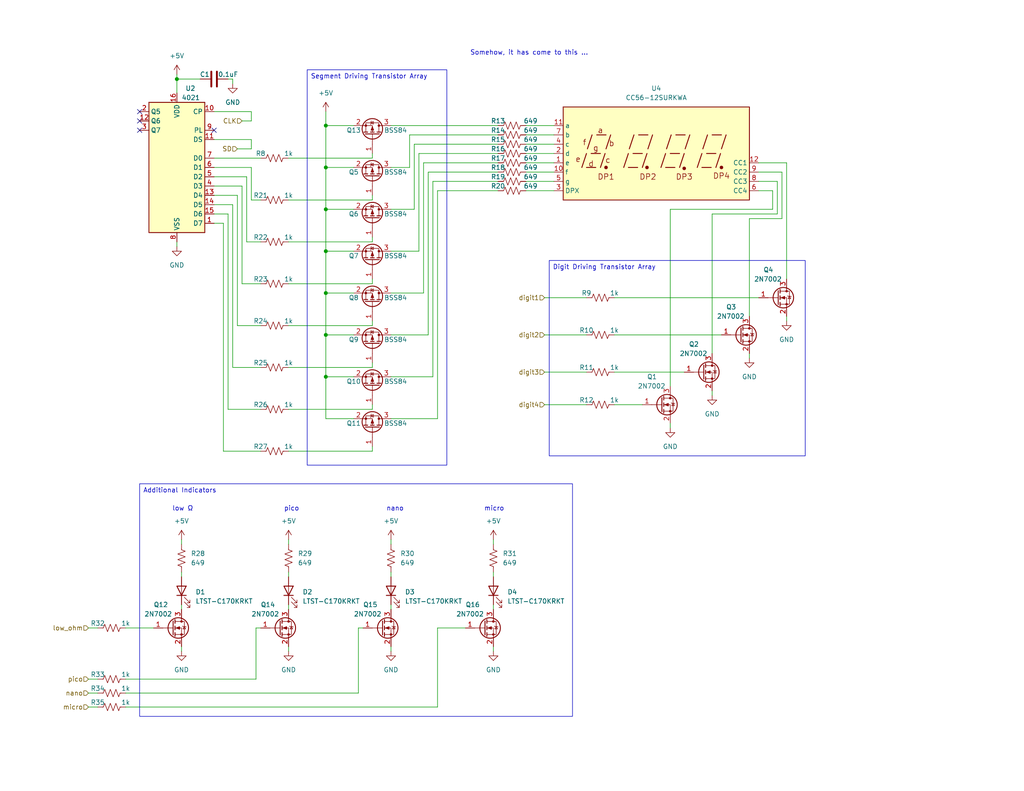
<source format=kicad_sch>
(kicad_sch (version 20231120) (generator "eeschema") (generator_version "8.0")
  (paper "A")
  (title_block (title "Multimeter Display"))
  (lib_symbols
    (symbol "4xxx:4021"
      (property "Reference" "U" (at -5.08 19.05 0))
      (property "Value" "4021" (at 3.81 19.05 0))
      (symbol "4021_0_1"
        (rectangle (start -7.62 17.78) (end 7.62 -17.78) (stroke (width 0.254)) (fill (type background)))
      )
      (symbol "4021_1_1"
        (pin input line (at -10.16 -15.24 0) (length 2.54) (name "D7") (number "1"))
        (pin input line (at -10.16 15.24 0) (length 2.54) (name "CP") (number "10"))
        (pin input line (at -10.16 7.62 0) (length 2.54) (name "DS") (number "11"))
        (pin output line (at 10.16 12.7 180) (length 2.54) (name "Q6") (number "12"))
        (pin input line (at -10.16 -7.62 0) (length 2.54) (name "D4") (number "13"))
        (pin input line (at -10.16 -10.16 0) (length 2.54) (name "D5") (number "14"))
        (pin input line (at -10.16 -12.7 0) (length 2.54) (name "D6") (number "15"))
        (pin power_in line (at 0 20.32 270) (length 2.54) (name "VDD") (number "16"))
        (pin output line (at 10.16 15.24 180) (length 2.54) (name "Q5") (number "2"))
        (pin output line (at 10.16 10.16 180) (length 2.54) (name "Q7") (number "3"))
        (pin input line (at -10.16 -5.08 0) (length 2.54) (name "D3") (number "4"))
        (pin input line (at -10.16 -2.54 0) (length 2.54) (name "D2") (number "5"))
        (pin input line (at -10.16 0 0) (length 2.54) (name "D1") (number "6"))
        (pin input line (at -10.16 2.54 0) (length 2.54) (name "D0") (number "7"))
        (pin power_in line (at 0 -20.32 90) (length 2.54) (name "VSS") (number "8"))
        (pin input line (at -10.16 10.16 0) (length 2.54) (name "PL") (number "9"))
      )
    )
    (symbol "Device:C" (pin_numbers hide) (pin_names (offset 0.254))
      (property "Reference" "C" (at 0.635 2.54 0))
      (property "Value" "C" (at 0.635 -2.54 0))
      (symbol "C_0_1"
        (polyline (pts (xy -2.032 -0.762) (xy 2.032 -0.762)) (stroke (width 0.508)))
        (polyline (pts (xy -2.032 0.762) (xy 2.032 0.762)) (stroke (width 0.508)))
      )
      (symbol "C_1_1"
        (pin passive line (at 0 3.81 270) (length 2.794) (name "~") (number "1"))
        (pin passive line (at 0 -3.81 90) (length 2.794) (name "~") (number "2"))
      )
    )
    (symbol "Device:LED" (pin_numbers hide) (pin_names (offset 1.016) hide)
      (property "Reference" "D" (at 0 2.54 0))
      (property "Value" "LED" (at 0 -2.54 0))
      (symbol "LED_0_1"
        (polyline (pts (xy -1.27 -1.27) (xy -1.27 1.27)) (stroke (width 0.254)))
        (polyline (pts (xy -1.27 0) (xy 1.27 0)))
        (polyline (pts (xy 1.27 -1.27) (xy 1.27 1.27) (xy -1.27 0) (xy 1.27 -1.27)) (stroke (width 0.254)))
        (polyline (pts (xy -3.048 -0.762) (xy -4.572 -2.286) (xy -3.81 -2.286) (xy -4.572 -2.286) (xy -4.572 -1.524)))
        (polyline (pts (xy -1.778 -0.762) (xy -3.302 -2.286) (xy -2.54 -2.286) (xy -3.302 -2.286) (xy -3.302 -1.524)))
      )
      (symbol "LED_1_1"
        (pin passive line (at -3.81 0 0) (length 2.54) (name "K") (number "1"))
        (pin passive line (at 3.81 0 180) (length 2.54) (name "A") (number "2"))
      )
    )
    (symbol "Device:R_US" (pin_numbers hide) (pin_names (offset 0))
      (property "Reference" "R" (at 2.54 0 90))
      (property "Value" "R_US" (at -2.54 0 90))
      (symbol "R_US_0_1"
        (polyline (pts (xy 0 -2.286) (xy 0 -2.54)))
        (polyline (pts (xy 0 2.286) (xy 0 2.54)))
        (polyline (pts (xy 0 -0.762) (xy 1.016 -1.143) (xy 0 -1.524) (xy -1.016 -1.905) (xy 0 -2.286)))
        (polyline (pts (xy 0 0.762) (xy 1.016 0.381) (xy 0 0) (xy -1.016 -0.381) (xy 0 -0.762)))
        (polyline (pts (xy 0 2.286) (xy 1.016 1.905) (xy 0 1.524) (xy -1.016 1.143) (xy 0 0.762)))
      )
      (symbol "R_US_1_1"
        (pin passive line (at 0 3.81 270) (length 1.27) (name "~") (number "1"))
        (pin passive line (at 0 -3.81 90) (length 1.27) (name "~") (number "2"))
      )
    )
    (symbol "Display_Character:CC56-12SURKWA"
      (property "Reference" "U" (at -24.13 13.97 0))
      (property "Value" "CC56-12SURKWA" (at 16.51 13.97 0))
      (symbol "CC56-12SURKWA_0_0"
        (rectangle (start -25.4 12.7) (end 25.4 -12.7) (stroke (width 0.254)) (fill (type background)))
        (polyline (pts (xy -20.32 -3.81) (xy -19.05 0)) (stroke (width 0.254)))
        (polyline (pts (xy -19.05 -3.81) (xy -16.51 -3.81)) (stroke (width 0.254)))
        (polyline (pts (xy -18.796 1.27) (xy -17.526 5.08)) (stroke (width 0.254)))
        (polyline (pts (xy -17.78 0) (xy -15.24 0)) (stroke (width 0.254)))
        (polyline (pts (xy -16.256 5.08) (xy -13.716 5.08)) (stroke (width 0.254)))
        (polyline (pts (xy -15.24 -3.81) (xy -13.97 0)) (stroke (width 0.254)))
        (polyline (pts (xy -13.716 1.27) (xy -12.446 5.08)) (stroke (width 0.254)))
        (polyline (pts (xy -8.89 -3.81) (xy -7.62 0)) (stroke (width 0.254)))
        (polyline (pts (xy -7.62 -3.81) (xy -5.08 -3.81)) (stroke (width 0.254)))
        (polyline (pts (xy -7.366 1.27) (xy -6.096 5.08)) (stroke (width 0.254)))
        (polyline (pts (xy -6.35 0) (xy -3.81 0)) (stroke (width 0.254)))
        (polyline (pts (xy -4.826 5.08) (xy -2.286 5.08)) (stroke (width 0.254)))
        (polyline (pts (xy -3.81 -3.81) (xy -2.54 0)) (stroke (width 0.254)))
        (polyline (pts (xy -2.286 1.27) (xy -1.016 5.08)) (stroke (width 0.254)))
        (polyline (pts (xy 1.27 -3.81) (xy 2.54 0)) (stroke (width 0.254)))
        (polyline (pts (xy 2.54 -3.81) (xy 5.08 -3.81)) (stroke (width 0.254)))
        (polyline (pts (xy 2.794 1.27) (xy 4.064 5.08)) (stroke (width 0.254)))
        (polyline (pts (xy 3.81 0) (xy 6.35 0)) (stroke (width 0.254)))
        (polyline (pts (xy 5.334 5.08) (xy 7.874 5.08)) (stroke (width 0.254)))
        (polyline (pts (xy 6.35 -3.81) (xy 7.62 0)) (stroke (width 0.254)))
        (polyline (pts (xy 7.874 1.27) (xy 9.144 5.08)) (stroke (width 0.254)))
        (polyline (pts (xy 11.176 -3.81) (xy 12.446 0)) (stroke (width 0.254)))
        (polyline (pts (xy 12.446 -3.81) (xy 14.986 -3.81)) (stroke (width 0.254)))
        (polyline (pts (xy 12.7 1.27) (xy 13.97 5.08)) (stroke (width 0.254)))
        (polyline (pts (xy 13.716 0) (xy 16.256 0)) (stroke (width 0.254)))
        (polyline (pts (xy 15.24 5.08) (xy 17.78 5.08)) (stroke (width 0.254)))
        (polyline (pts (xy 16.256 -3.81) (xy 17.526 0)) (stroke (width 0.254)))
        (polyline (pts (xy 17.78 1.27) (xy 19.05 5.08)) (stroke (width 0.254)))
        (text "a" (at -15.24 6.35 0) (effects (font (size 1.524 1.524))))
        (text "b" (at -12.192 2.794 0) (effects (font (size 1.524 1.524))))
        (text "c" (at -13.208 -1.778 0) (effects (font (size 1.524 1.524))))
        (text "d" (at -17.78 -2.794 0) (effects (font (size 1.524 1.524))))
        (text "DP1" (at -13.716 -6.35 0) (effects (font (size 1.524 1.524))))
        (text "DP2" (at -2.286 -6.35 0) (effects (font (size 1.524 1.524))))
        (text "DP3" (at 7.62 -6.35 0) (effects (font (size 1.524 1.524))))
        (text "DP4" (at 17.78 -6.096 0) (effects (font (size 1.524 1.524))))
        (text "e" (at -21.336 -1.524 0) (effects (font (size 1.524 1.524))))
        (text "f" (at -19.558 3.048 0) (effects (font (size 1.524 1.524))))
        (text "g" (at -16.51 1.524 0) (effects (font (size 1.524 1.524))))
      )
      (symbol "CC56-12SURKWA_0_1"
        (circle (center -13.716 -3.81) (radius 0.3556) (stroke (width 0.254)) (fill (type outline)))
        (circle (center -2.54 -3.81) (radius 0.3556) (stroke (width 0.254)) (fill (type outline)))
      )
      (symbol "CC56-12SURKWA_1_0"
        (circle (center 7.62 -4.064) (radius 0.3556) (stroke (width 0.254)) (fill (type outline)))
        (circle (center 17.78 -3.81) (radius 0.3556) (stroke (width 0.254)) (fill (type outline)))
      )
      (symbol "CC56-12SURKWA_1_1"
        (pin input line (at -27.94 -2.54 0) (length 2.54) (name "e") (number "1"))
        (pin input line (at -27.94 -5.08 0) (length 2.54) (name "f") (number "10"))
        (pin input line (at -27.94 7.62 0) (length 2.54) (name "a") (number "11"))
        (pin input line (at 27.94 -2.54 180) (length 2.54) (name "CC1") (number "12"))
        (pin input line (at -27.94 0 0) (length 2.54) (name "d") (number "2"))
        (pin input line (at -27.94 -10.16 0) (length 2.54) (name "DPX") (number "3"))
        (pin input line (at -27.94 2.54 0) (length 2.54) (name "c") (number "4"))
        (pin input line (at -27.94 -7.62 0) (length 2.54) (name "g") (number "5"))
        (pin input line (at 27.94 -10.16 180) (length 2.54) (name "CC4") (number "6"))
        (pin input line (at -27.94 5.08 0) (length 2.54) (name "b") (number "7"))
        (pin input line (at 27.94 -7.62 180) (length 2.54) (name "CC3") (number "8"))
        (pin input line (at 27.94 -5.08 180) (length 2.54) (name "CC2") (number "9"))
      )
    )
    (symbol "Transistor_FET:2N7002" (pin_names hide)
      (property "Reference" "Q" (at 5.08 1.905 0))
      (property "Value" "2N7002" (at 5.08 0 0))
      (symbol "2N7002_0_1"
        (polyline (pts (xy 0.254 0) (xy -2.54 0)))
        (polyline (pts (xy 0.254 1.905) (xy 0.254 -1.905)) (stroke (width 0.254)))
        (polyline (pts (xy 0.762 -1.27) (xy 0.762 -2.286)) (stroke (width 0.254)))
        (polyline (pts (xy 0.762 0.508) (xy 0.762 -0.508)) (stroke (width 0.254)))
        (polyline (pts (xy 0.762 2.286) (xy 0.762 1.27)) (stroke (width 0.254)))
        (polyline (pts (xy 2.54 2.54) (xy 2.54 1.778)))
        (polyline (pts (xy 2.54 -2.54) (xy 2.54 0) (xy 0.762 0)))
        (polyline (pts (xy 0.762 -1.778) (xy 3.302 -1.778) (xy 3.302 1.778) (xy 0.762 1.778)))
        (polyline (pts (xy 1.016 0) (xy 2.032 0.381) (xy 2.032 -0.381) (xy 1.016 0)) (fill (type outline)))
        (polyline (pts (xy 2.794 0.508) (xy 2.921 0.381) (xy 3.683 0.381) (xy 3.81 0.254)))
        (polyline (pts (xy 3.302 0.381) (xy 2.921 -0.254) (xy 3.683 -0.254) (xy 3.302 0.381)))
        (circle (center 1.651 0) (radius 2.794) (stroke (width 0.254)))
        (circle (center 2.54 -1.778) (radius 0.254) (fill (type outline)))
        (circle (center 2.54 1.778) (radius 0.254) (fill (type outline)))
      )
      (symbol "2N7002_1_1"
        (pin input line (at -5.08 0 0) (length 2.54) (name "G") (number "1"))
        (pin passive line (at 2.54 -5.08 90) (length 2.54) (name "S") (number "2"))
        (pin passive line (at 2.54 5.08 270) (length 2.54) (name "D") (number "3"))
      )
    )
    (symbol "Transistor_FET:BSS84" (pin_names hide)
      (property "Reference" "Q" (at 5.08 1.905 0))
      (property "Value" "BSS84" (at 5.08 0 0))
      (symbol "BSS84_0_1"
        (polyline (pts (xy 0.254 0) (xy -2.54 0)))
        (polyline (pts (xy 0.254 1.905) (xy 0.254 -1.905)) (stroke (width 0.254)))
        (polyline (pts (xy 0.762 -1.27) (xy 0.762 -2.286)) (stroke (width 0.254)))
        (polyline (pts (xy 0.762 0.508) (xy 0.762 -0.508)) (stroke (width 0.254)))
        (polyline (pts (xy 0.762 2.286) (xy 0.762 1.27)) (stroke (width 0.254)))
        (polyline (pts (xy 2.54 2.54) (xy 2.54 1.778)))
        (polyline (pts (xy 2.54 -2.54) (xy 2.54 0) (xy 0.762 0)))
        (polyline (pts (xy 0.762 1.778) (xy 3.302 1.778) (xy 3.302 -1.778) (xy 0.762 -1.778)))
        (polyline (pts (xy 2.286 0) (xy 1.27 0.381) (xy 1.27 -0.381) (xy 2.286 0)) (fill (type outline)))
        (polyline (pts (xy 2.794 -0.508) (xy 2.921 -0.381) (xy 3.683 -0.381) (xy 3.81 -0.254)))
        (polyline (pts (xy 3.302 -0.381) (xy 2.921 0.254) (xy 3.683 0.254) (xy 3.302 -0.381)))
        (circle (center 1.651 0) (radius 2.794) (stroke (width 0.254)))
        (circle (center 2.54 -1.778) (radius 0.254) (fill (type outline)))
        (circle (center 2.54 1.778) (radius 0.254) (fill (type outline)))
      )
      (symbol "BSS84_1_1"
        (pin input line (at -5.08 0 0) (length 2.54) (name "G") (number "1"))
        (pin passive line (at 2.54 -5.08 90) (length 2.54) (name "S") (number "2"))
        (pin passive line (at 2.54 5.08 270) (length 2.54) (name "D") (number "3"))
      )
    )
    (symbol "power:+5V" (power) (pin_names (offset 0))
      (property "Value" "+5V" (at 0 3.556 0))
      (symbol "+5V_0_1"
        (polyline (pts (xy -0.762 1.27) (xy 0 2.54)))
        (polyline (pts (xy 0 0) (xy 0 2.54)))
        (polyline (pts (xy 0 2.54) (xy 0.762 1.27)))
      )
      (symbol "+5V_1_1"
        (pin power_in line (at 0 0 90) (length 0) hide (name "+5V") (number "1"))
      )
    )
    (symbol "power:GND" (power) (pin_names (offset 0))
      (property "Value" "GND" (at 0 -3.81 0))
      (symbol "GND_0_1"
        (polyline (pts (xy 0 0) (xy 0 -1.27) (xy 1.27 -1.27) (xy 0 -2.54) (xy -1.27 -1.27) (xy 0 -1.27)))
      )
      (symbol "GND_1_1"
        (pin power_in line (at 0 0 270) (length 0) hide (name "GND") (number "1"))
      )
    )
  )
  (junction (at 48.26 21.59))
  (junction (at 88.9 91.44))
  (junction (at 88.9 57.15))
  (junction (at 88.9 45.72))
  (junction (at 88.9 102.87))
  (junction (at 88.9 34.29))
  (junction (at 88.9 68.58))
  (junction (at 88.9 80.01))
  (no_connect (at 38.1 33.02))
  (no_connect (at 38.1 35.56))
  (no_connect (at 38.1 30.48))
  (no_connect (at 58.42 35.56))
  (wire (pts (xy 106.68 114.3) (xy 119.38 114.3)))
  (wire (pts (xy 106.68 34.29) (xy 135.89 34.29)))
  (wire (pts (xy 88.9 57.15) (xy 96.52 57.15)))
  (wire (pts (xy 78.74 43.18) (xy 101.6 43.18)))
  (wire (pts (xy 101.6 123.19) (xy 101.6 121.92)))
  (wire (pts (xy 68.58 54.61) (xy 71.12 54.61)))
  (wire (pts (xy 64.77 40.64) (xy 68.58 40.64)))
  (wire (pts (xy 67.31 48.26) (xy 67.31 66.04)))
  (wire (pts (xy 48.26 21.59) (xy 48.26 25.4)))
  (wire (pts (xy 78.74 100.33) (xy 101.6 100.33)))
  (wire (pts (xy 78.74 156.21) (xy 78.74 157.48)))
  (wire (pts (xy 106.68 91.44) (xy 116.84 91.44)))
  (wire (pts (xy 101.6 111.76) (xy 101.6 110.49)))
  (wire (pts (xy 68.58 38.1) (xy 68.58 40.64)))
  (wire (pts (xy 96.52 102.87) (xy 88.9 102.87)))
  (wire (pts (xy 88.9 91.44) (xy 88.9 102.87)))
  (wire (pts (xy 111.76 45.72) (xy 111.76 36.83)))
  (wire (pts (xy 34.29 185.42) (xy 69.85 185.42)))
  (wire (pts (xy 58.42 45.72) (xy 68.58 45.72)))
  (wire (pts (xy 101.6 100.33) (xy 101.6 99.06)))
  (wire (pts (xy 49.53 176.53) (xy 49.53 177.8)))
  (wire (pts (xy 113.03 39.37) (xy 135.89 39.37)))
  (wire (pts (xy 106.68 165.1) (xy 106.68 166.37)))
  (wire (pts (xy 48.26 20.32) (xy 48.26 21.59)))
  (wire (pts (xy 88.9 80.01) (xy 88.9 91.44)))
  (wire (pts (xy 214.63 86.36) (xy 214.63 87.63)))
  (wire (pts (xy 143.51 46.99) (xy 151.13 46.99)))
  (wire (pts (xy 58.42 53.34) (xy 64.77 53.34)))
  (wire (pts (xy 62.23 21.59) (xy 63.5 21.59)))
  (wire (pts (xy 78.74 77.47) (xy 101.6 77.47)))
  (wire (pts (xy 88.9 114.3) (xy 96.52 114.3)))
  (wire (pts (xy 66.04 50.8) (xy 66.04 77.47)))
  (wire (pts (xy 101.6 88.9) (xy 101.6 87.63)))
  (wire (pts (xy 66.04 33.02) (xy 68.58 33.02)))
  (wire (pts (xy 106.68 45.72) (xy 111.76 45.72)))
  (wire (pts (xy 134.62 147.32) (xy 134.62 148.59)))
  (wire (pts (xy 97.79 189.23) (xy 97.79 171.45)))
  (wire (pts (xy 24.13 171.45) (xy 26.67 171.45)))
  (wire (pts (xy 148.59 81.28) (xy 160.02 81.28)))
  (wire (pts (xy 64.77 53.34) (xy 64.77 88.9)))
  (wire (pts (xy 60.96 123.19) (xy 71.12 123.19)))
  (wire (pts (xy 212.09 58.42) (xy 212.09 49.53)))
  (wire (pts (xy 48.26 66.04) (xy 48.26 67.31)))
  (wire (pts (xy 143.51 36.83) (xy 151.13 36.83)))
  (wire (pts (xy 210.82 52.07) (xy 207.01 52.07)))
  (wire (pts (xy 212.09 49.53) (xy 207.01 49.53)))
  (wire (pts (xy 63.5 21.59) (xy 63.5 22.86)))
  (wire (pts (xy 119.38 171.45) (xy 127 171.45)))
  (wire (pts (xy 67.31 66.04) (xy 71.12 66.04)))
  (wire (pts (xy 24.13 193.04) (xy 26.67 193.04)))
  (wire (pts (xy 88.9 45.72) (xy 96.52 45.72)))
  (wire (pts (xy 49.53 165.1) (xy 49.53 166.37)))
  (wire (pts (xy 58.42 58.42) (xy 62.23 58.42)))
  (wire (pts (xy 88.9 34.29) (xy 88.9 45.72)))
  (wire (pts (xy 182.88 105.41) (xy 182.88 57.15)))
  (wire (pts (xy 114.3 41.91) (xy 135.89 41.91)))
  (wire (pts (xy 143.51 49.53) (xy 151.13 49.53)))
  (wire (pts (xy 134.62 165.1) (xy 134.62 166.37)))
  (wire (pts (xy 119.38 193.04) (xy 119.38 171.45)))
  (wire (pts (xy 204.47 96.52) (xy 204.47 97.79)))
  (wire (pts (xy 106.68 80.01) (xy 115.57 80.01)))
  (wire (pts (xy 118.11 49.53) (xy 135.89 49.53)))
  (wire (pts (xy 88.9 102.87) (xy 88.9 114.3)))
  (wire (pts (xy 58.42 38.1) (xy 68.58 38.1)))
  (wire (pts (xy 88.9 45.72) (xy 88.9 57.15)))
  (wire (pts (xy 115.57 44.45) (xy 135.89 44.45)))
  (wire (pts (xy 101.6 43.18) (xy 101.6 41.91)))
  (wire (pts (xy 210.82 57.15) (xy 210.82 52.07)))
  (wire (pts (xy 88.9 57.15) (xy 88.9 68.58)))
  (wire (pts (xy 167.64 101.6) (xy 186.69 101.6)))
  (wire (pts (xy 167.64 110.49) (xy 175.26 110.49)))
  (wire (pts (xy 119.38 114.3) (xy 119.38 52.07)))
  (wire (pts (xy 182.88 115.57) (xy 182.88 116.84)))
  (wire (pts (xy 106.68 102.87) (xy 118.11 102.87)))
  (wire (pts (xy 68.58 45.72) (xy 68.58 54.61)))
  (wire (pts (xy 106.68 147.32) (xy 106.68 148.59)))
  (wire (pts (xy 194.31 58.42) (xy 212.09 58.42)))
  (wire (pts (xy 143.51 39.37) (xy 151.13 39.37)))
  (wire (pts (xy 78.74 111.76) (xy 101.6 111.76)))
  (wire (pts (xy 116.84 46.99) (xy 135.89 46.99)))
  (wire (pts (xy 194.31 96.52) (xy 194.31 58.42)))
  (wire (pts (xy 101.6 53.34) (xy 101.6 54.61)))
  (wire (pts (xy 62.23 58.42) (xy 62.23 111.76)))
  (wire (pts (xy 106.68 68.58) (xy 114.3 68.58)))
  (wire (pts (xy 58.42 43.18) (xy 71.12 43.18)))
  (wire (pts (xy 167.64 91.44) (xy 196.85 91.44)))
  (wire (pts (xy 62.23 111.76) (xy 71.12 111.76)))
  (wire (pts (xy 68.58 30.48) (xy 68.58 33.02)))
  (wire (pts (xy 88.9 30.48) (xy 88.9 34.29)))
  (wire (pts (xy 204.47 86.36) (xy 204.47 59.69)))
  (wire (pts (xy 214.63 44.45) (xy 207.01 44.45)))
  (wire (pts (xy 49.53 147.32) (xy 49.53 148.59)))
  (wire (pts (xy 96.52 80.01) (xy 88.9 80.01)))
  (wire (pts (xy 143.51 41.91) (xy 151.13 41.91)))
  (wire (pts (xy 182.88 57.15) (xy 210.82 57.15)))
  (wire (pts (xy 78.74 54.61) (xy 101.6 54.61)))
  (wire (pts (xy 134.62 156.21) (xy 134.62 157.48)))
  (wire (pts (xy 134.62 176.53) (xy 134.62 177.8)))
  (wire (pts (xy 101.6 66.04) (xy 101.6 64.77)))
  (wire (pts (xy 58.42 48.26) (xy 67.31 48.26)))
  (wire (pts (xy 34.29 193.04) (xy 119.38 193.04)))
  (wire (pts (xy 113.03 57.15) (xy 113.03 39.37)))
  (wire (pts (xy 78.74 165.1) (xy 78.74 166.37)))
  (wire (pts (xy 96.52 91.44) (xy 88.9 91.44)))
  (wire (pts (xy 143.51 44.45) (xy 151.13 44.45)))
  (wire (pts (xy 78.74 66.04) (xy 101.6 66.04)))
  (wire (pts (xy 88.9 68.58) (xy 88.9 80.01)))
  (wire (pts (xy 213.36 59.69) (xy 213.36 46.99)))
  (wire (pts (xy 167.64 81.28) (xy 207.01 81.28)))
  (wire (pts (xy 143.51 34.29) (xy 151.13 34.29)))
  (wire (pts (xy 119.38 52.07) (xy 135.89 52.07)))
  (wire (pts (xy 24.13 189.23) (xy 26.67 189.23)))
  (wire (pts (xy 58.42 50.8) (xy 66.04 50.8)))
  (wire (pts (xy 24.13 185.42) (xy 26.67 185.42)))
  (wire (pts (xy 58.42 30.48) (xy 68.58 30.48)))
  (wire (pts (xy 63.5 100.33) (xy 71.12 100.33)))
  (wire (pts (xy 78.74 88.9) (xy 101.6 88.9)))
  (wire (pts (xy 69.85 171.45) (xy 71.12 171.45)))
  (wire (pts (xy 214.63 44.45) (xy 214.63 76.2)))
  (wire (pts (xy 148.59 101.6) (xy 160.02 101.6)))
  (wire (pts (xy 106.68 57.15) (xy 113.03 57.15)))
  (wire (pts (xy 34.29 171.45) (xy 41.91 171.45)))
  (wire (pts (xy 78.74 147.32) (xy 78.74 148.59)))
  (wire (pts (xy 204.47 59.69) (xy 213.36 59.69)))
  (wire (pts (xy 97.79 171.45) (xy 99.06 171.45)))
  (wire (pts (xy 78.74 176.53) (xy 78.74 177.8)))
  (wire (pts (xy 64.77 88.9) (xy 71.12 88.9)))
  (wire (pts (xy 58.42 60.96) (xy 60.96 60.96)))
  (wire (pts (xy 48.26 21.59) (xy 54.61 21.59)))
  (wire (pts (xy 88.9 34.29) (xy 96.52 34.29)))
  (wire (pts (xy 148.59 91.44) (xy 160.02 91.44)))
  (wire (pts (xy 213.36 46.99) (xy 207.01 46.99)))
  (wire (pts (xy 114.3 68.58) (xy 114.3 41.91)))
  (wire (pts (xy 194.31 106.68) (xy 194.31 107.95)))
  (wire (pts (xy 49.53 156.21) (xy 49.53 157.48)))
  (wire (pts (xy 66.04 77.47) (xy 71.12 77.47)))
  (wire (pts (xy 118.11 102.87) (xy 118.11 49.53)))
  (wire (pts (xy 58.42 55.88) (xy 63.5 55.88)))
  (wire (pts (xy 143.51 52.07) (xy 151.13 52.07)))
  (wire (pts (xy 106.68 156.21) (xy 106.68 157.48)))
  (wire (pts (xy 115.57 80.01) (xy 115.57 44.45)))
  (wire (pts (xy 106.68 176.53) (xy 106.68 177.8)))
  (wire (pts (xy 34.29 189.23) (xy 97.79 189.23)))
  (wire (pts (xy 116.84 91.44) (xy 116.84 46.99)))
  (wire (pts (xy 148.59 110.49) (xy 160.02 110.49)))
  (wire (pts (xy 88.9 68.58) (xy 96.52 68.58)))
  (wire (pts (xy 63.5 55.88) (xy 63.5 100.33)))
  (wire (pts (xy 101.6 77.47) (xy 101.6 76.2)))
  (wire (pts (xy 69.85 185.42) (xy 69.85 171.45)))
  (wire (pts (xy 60.96 60.96) (xy 60.96 123.19)))
  (wire (pts (xy 111.76 36.83) (xy 135.89 36.83)))
  (wire (pts (xy 78.74 123.19) (xy 101.6 123.19)))
  (text_box "Segment Driving Transistor Array" (at 83.82 19.05 0) (size 38.1 107.95) (effects (font (size 1.27 1.27)) (justify left top)))
  (text_box "Digit Driving Transistor Array" (at 149.86 71.12 0) (size 69.85 53.34) (effects (font (size 1.27 1.27)) (justify left top)))
  (text_box "Additional Indicators" (at 38.1 132.08 0) (size 118.11 63.5) (effects (font (size 1.27 1.27)) (justify left top)))
  (text "nano" (at 105.41 139.7 0) (effects (font (size 1.27 1.27)) (justify left bottom)))
  (text "pico" (at 77.47 139.7 0) (effects (font (size 1.27 1.27)) (justify left bottom)))
  (text "Somehow, it has come to this ..." (at 128.27 15.24 0) (effects (font (size 1.27 1.27)) (justify left bottom)))
  (text "low Ω" (at 46.99 139.7 0) (effects (font (size 1.27 1.27)) (justify left bottom)))
  (text "micro" (at 132.08 139.7 0) (effects (font (size 1.27 1.27)) (justify left bottom)))
  (hierarchical_label "digit4" (shape input) (at 148.59 110.49 180))
  (hierarchical_label "low_ohm" (shape input) (at 24.13 171.45 180))
  (hierarchical_label "nano" (shape input) (at 24.13 189.23 180))
  (hierarchical_label "digit2" (shape input) (at 148.59 91.44 180))
  (hierarchical_label "micro" (shape input) (at 24.13 193.04 180))
  (hierarchical_label "SD" (shape input) (at 64.77 40.64 180))
  (hierarchical_label "digit1" (shape input) (at 148.59 81.28 180))
  (hierarchical_label "pico" (shape input) (at 24.13 185.42 180))
  (hierarchical_label "digit3" (shape input) (at 148.59 101.6 180))
  (hierarchical_label "CLK" (shape input) (at 66.04 33.02 180))
  (symbol (lib_id "Device:R_US") (at 139.7 44.45 90) (unit 1)
    (property "Reference" "R17" (at 135.89 43.18 90))
    (property "Value" "649" (at 144.78 43.18 90))
    (property "Footprint" "Resistor_SMD:R_0805_2012Metric_Pad1.20x1.40mm_HandSolder" (effects (hide yes)))
    (property "Digikey Part #" "RMCF0805FT649RCT-ND" (effects (hide yes)))
    (property "Part #" "RMCF0805FT649R" (effects (hide yes)))
    (property "Unit Price" "0.1" (effects (hide yes)))
  )
  (symbol (lib_id "Device:R_US") (at 163.83 91.44 90) (unit 1)
    (property "Reference" "R10" (at 160.02 90.17 90))
    (property "Value" "1k" (at 167.64 90.17 90))
    (property "Footprint" "Resistor_SMD:R_0805_2012Metric_Pad1.20x1.40mm_HandSolder" (effects (hide yes)))
    (property "Digikey Part #" "RMCF0805FT1K00CT-ND" (effects (hide yes)))
    (property "Part #" "RMCF0805FT1K00" (effects (hide yes)))
    (property "Unit Price" "0.1" (effects (hide yes)))
  )
  (symbol (lib_id "Device:R_US") (at 30.48 189.23 90) (unit 1)
    (property "Reference" "R34" (at 26.67 187.96 90))
    (property "Value" "1k" (at 34.29 187.96 90))
    (property "Footprint" "Resistor_SMD:R_0805_2012Metric_Pad1.20x1.40mm_HandSolder" (effects (hide yes)))
    (property "Digikey Part #" "RMCF0805FT1K00CT-ND" (effects (hide yes)))
    (property "Part #" "RMCF0805FT1K00" (effects (hide yes)))
    (property "Unit Price" "0.1" (effects (hide yes)))
  )
  (symbol (lib_id "Transistor_FET:BSS84") (at 101.6 48.26 270) (mirror x) (unit 1)
    (property "Reference" "Q5" (at 96.52 46.99 90))
    (property "Value" "BSS84" (at 107.95 46.99 90))
    (property "Footprint" "Package_TO_SOT_SMD:SOT-23" (effects (hide yes)))
    (property "Datasheet" "http://assets.nexperia.com/documents/data-sheet/BSS84.pdf" (effects (hide yes)))
    (property "Digikey Part #" "4786-BSS84CT-ND" (effects (hide yes)))
    (property "Part #" "BSS84" (effects (hide yes)))
    (property "Unit Price" "0.15" (effects (hide yes)))
  )
  (symbol (lib_id "power:+5V") (at 49.53 147.32 0) (unit 1)
    (property "Reference" "#PWR041" (effects (hide yes)))
    (property "Value" "+5V" (at 49.53 142.24 0))
  )
  (symbol (lib_id "Device:R_US") (at 163.83 110.49 90) (unit 1)
    (property "Reference" "R12" (at 160.02 109.22 90))
    (property "Value" "1k" (at 167.64 109.22 90))
    (property "Footprint" "Resistor_SMD:R_0805_2012Metric_Pad1.20x1.40mm_HandSolder" (effects (hide yes)))
    (property "Digikey Part #" "RMCF0805FT1K00CT-ND" (effects (hide yes)))
    (property "Part #" "RMCF0805FT1K00" (effects (hide yes)))
    (property "Unit Price" "0.1" (effects (hide yes)))
  )
  (symbol (lib_id "power:GND") (at 63.5 22.86 0) (unit 1)
    (property "Reference" "#PWR06" (effects (hide yes)))
    (property "Value" "GND" (at 63.5 27.94 0))
  )
  (symbol (lib_id "power:GND") (at 49.53 177.8 0) (unit 1)
    (property "Reference" "#PWR021" (effects (hide yes)))
    (property "Value" "GND" (at 49.53 182.88 0))
  )
  (symbol (lib_id "Display_Character:CC56-12SURKWA") (at 179.07 41.91 0) (unit 1)
    (property "Reference" "U4" (at 179.07 24.13 0))
    (property "Value" "CC56-12SURKWA" (at 179.07 26.67 0))
    (property "Footprint" "Display_7Segment:CA56-12SURKWA" (effects (hide yes)))
    (property "Datasheet" "http://www.kingbright.com/attachments/file/psearch/000/00/00/CC56-12SURKWA(Ver.7A).pdf" (effects (hide yes)))
    (property "Digikey Part #" "754-CC56-12SURKWA-ND" (effects (hide yes)))
    (property "Part #" "CC56-12SURKWA" (effects (hide yes)))
    (property "Unit Price" "6.38" (effects (hide yes)))
  )
  (symbol (lib_id "Transistor_FET:2N7002") (at 46.99 171.45 0) (unit 1)
    (property "Reference" "Q12" (at 41.91 165.1 0) (effects (justify left)))
    (property "Value" "2N7002" (at 39.37 167.64 0) (effects (justify left)))
    (property "Footprint" "Package_TO_SOT_SMD:SOT-23" (effects (hide yes)))
    (property "Datasheet" "https://www.onsemi.com/pub/Collateral/NDS7002A-D.PDF" (effects (hide yes)))
    (property "Digikey Part #" "2N7002NCT-ND" (effects (hide yes)))
    (property "Part #" "2N7002" (effects (hide yes)))
    (property "Unit Price" "0.45" (effects (hide yes)))
  )
  (symbol (lib_id "Device:R_US") (at 74.93 111.76 90) (unit 1)
    (property "Reference" "R26" (at 71.12 110.49 90))
    (property "Value" "1k" (at 78.74 110.49 90))
    (property "Footprint" "Resistor_SMD:R_0805_2012Metric_Pad1.20x1.40mm_HandSolder" (effects (hide yes)))
    (property "Digikey Part #" "RMCF0805FT1K00CT-ND" (effects (hide yes)))
    (property "Part #" "RMCF0805FT1K00" (effects (hide yes)))
    (property "Unit Price" "0.1" (effects (hide yes)))
  )
  (symbol (lib_id "Transistor_FET:2N7002") (at 212.09 81.28 0) (unit 1)
    (property "Reference" "Q4" (at 208.28 73.66 0) (effects (justify left)))
    (property "Value" "2N7002" (at 205.74 76.2 0) (effects (justify left)))
    (property "Footprint" "Package_TO_SOT_SMD:SOT-23" (effects (hide yes)))
    (property "Datasheet" "https://www.onsemi.com/pub/Collateral/NDS7002A-D.PDF" (effects (hide yes)))
    (property "Digikey Part #" "2N7002NCT-ND" (effects (hide yes)))
    (property "Part #" "2N7002" (effects (hide yes)))
    (property "Unit Price" "0.45" (effects (hide yes)))
  )
  (symbol (lib_id "Device:LED") (at 49.53 161.29 90) (unit 1)
    (property "Reference" "D1" (at 53.34 161.6075 90) (effects (justify right)))
    (property "Value" "LTST-C170KRKT" (at 53.34 164.1475 90) (effects (justify right)))
    (property "Footprint" "LED_SMD:LED_0805_2012Metric" (effects (hide yes)))
    (property "Digikey Part #" "160-1415-1-ND" (effects (hide yes)))
    (property "Part #" "LTST-C170KRKT" (effects (hide yes)))
    (property "Unit Price" "0.32" (effects (hide yes)))
  )
  (symbol (lib_id "Transistor_FET:2N7002") (at 191.77 101.6 0) (unit 1)
    (property "Reference" "Q2" (at 187.96 93.98 0) (effects (justify left)))
    (property "Value" "2N7002" (at 185.42 96.52 0) (effects (justify left)))
    (property "Footprint" "Package_TO_SOT_SMD:SOT-23" (effects (hide yes)))
    (property "Datasheet" "https://www.onsemi.com/pub/Collateral/NDS7002A-D.PDF" (effects (hide yes)))
    (property "Digikey Part #" "2N7002NCT-ND" (effects (hide yes)))
    (property "Part #" "2N7002" (effects (hide yes)))
    (property "Unit Price" "0.45" (effects (hide yes)))
  )
  (symbol (lib_id "Transistor_FET:BSS84") (at 101.6 93.98 270) (mirror x) (unit 1)
    (property "Reference" "Q9" (at 96.52 92.71 90))
    (property "Value" "BSS84" (at 107.95 92.71 90))
    (property "Footprint" "Package_TO_SOT_SMD:SOT-23" (effects (hide yes)))
    (property "Datasheet" "http://assets.nexperia.com/documents/data-sheet/BSS84.pdf" (effects (hide yes)))
    (property "Digikey Part #" "4786-BSS84CT-ND" (effects (hide yes)))
    (property "Part #" "BSS84" (effects (hide yes)))
    (property "Unit Price" "0.15" (effects (hide yes)))
  )
  (symbol (lib_id "Transistor_FET:BSS84") (at 101.6 36.83 270) (mirror x) (unit 1)
    (property "Reference" "Q13" (at 96.52 35.56 90))
    (property "Value" "BSS84" (at 107.95 35.56 90))
    (property "Footprint" "Package_TO_SOT_SMD:SOT-23" (effects (hide yes)))
    (property "Datasheet" "http://assets.nexperia.com/documents/data-sheet/BSS84.pdf" (effects (hide yes)))
    (property "Digikey Part #" "4786-BSS84CT-ND" (effects (hide yes)))
    (property "Part #" "BSS84" (effects (hide yes)))
    (property "Unit Price" "0.15" (effects (hide yes)))
  )
  (symbol (lib_id "Transistor_FET:BSS84") (at 101.6 105.41 270) (mirror x) (unit 1)
    (property "Reference" "Q10" (at 96.52 104.14 90))
    (property "Value" "BSS84" (at 107.95 104.14 90))
    (property "Footprint" "Package_TO_SOT_SMD:SOT-23" (effects (hide yes)))
    (property "Datasheet" "http://assets.nexperia.com/documents/data-sheet/BSS84.pdf" (effects (hide yes)))
    (property "Digikey Part #" "4786-BSS84CT-ND" (effects (hide yes)))
    (property "Part #" "BSS84" (effects (hide yes)))
    (property "Unit Price" "0.15" (effects (hide yes)))
  )
  (symbol (lib_id "power:+5V") (at 88.9 30.48 0) (unit 1)
    (property "Reference" "#PWR020" (effects (hide yes)))
    (property "Value" "+5V" (at 88.9 25.4 0))
  )
  (symbol (lib_id "Transistor_FET:2N7002") (at 104.14 171.45 0) (unit 1)
    (property "Reference" "Q15" (at 99.06 165.1 0) (effects (justify left)))
    (property "Value" "2N7002" (at 96.52 167.64 0) (effects (justify left)))
    (property "Footprint" "Package_TO_SOT_SMD:SOT-23" (effects (hide yes)))
    (property "Datasheet" "https://www.onsemi.com/pub/Collateral/NDS7002A-D.PDF" (effects (hide yes)))
    (property "Digikey Part #" "2N7002NCT-ND" (effects (hide yes)))
    (property "Part #" "2N7002" (effects (hide yes)))
    (property "Unit Price" "0.45" (effects (hide yes)))
  )
  (symbol (lib_id "Device:R_US") (at 106.68 152.4 0) (unit 1)
    (property "Reference" "R30" (at 109.22 151.13 0) (effects (justify left)))
    (property "Value" "649" (at 109.22 153.67 0) (effects (justify left)))
    (property "Footprint" "Resistor_SMD:R_0805_2012Metric_Pad1.20x1.40mm_HandSolder" (effects (hide yes)))
    (property "Digikey Part #" "RMCF0805FT649RCT-ND" (effects (hide yes)))
    (property "Part #" "RMCF0805FT649R" (effects (hide yes)))
    (property "Unit Price" "0.1" (effects (hide yes)))
  )
  (symbol (lib_id "Device:R_US") (at 30.48 171.45 90) (unit 1)
    (property "Reference" "R32" (at 26.67 170.18 90))
    (property "Value" "1k" (at 34.29 170.18 90))
    (property "Footprint" "Resistor_SMD:R_0805_2012Metric_Pad1.20x1.40mm_HandSolder" (effects (hide yes)))
    (property "Digikey Part #" "RMCF0805FT1K00CT-ND" (effects (hide yes)))
    (property "Part #" "RMCF0805FT1K00" (effects (hide yes)))
    (property "Unit Price" "0.1" (effects (hide yes)))
  )
  (symbol (lib_id "Device:R_US") (at 139.7 46.99 90) (unit 1)
    (property "Reference" "R18" (at 135.89 45.72 90))
    (property "Value" "649" (at 144.78 45.72 90))
    (property "Footprint" "Resistor_SMD:R_0805_2012Metric_Pad1.20x1.40mm_HandSolder" (effects (hide yes)))
    (property "Digikey Part #" "RMCF0805FT649RCT-ND" (effects (hide yes)))
    (property "Part #" "RMCF0805FT649R" (effects (hide yes)))
    (property "Unit Price" "0.1" (effects (hide yes)))
  )
  (symbol (lib_id "Device:R_US") (at 74.93 100.33 90) (unit 1)
    (property "Reference" "R25" (at 71.12 99.06 90))
    (property "Value" "1k" (at 78.74 99.06 90))
    (property "Footprint" "Resistor_SMD:R_0805_2012Metric_Pad1.20x1.40mm_HandSolder" (effects (hide yes)))
    (property "Digikey Part #" "RMCF0805FT1K00CT-ND" (effects (hide yes)))
    (property "Part #" "RMCF0805FT1K00" (effects (hide yes)))
    (property "Unit Price" "0.1" (effects (hide yes)))
  )
  (symbol (lib_id "Device:LED") (at 106.68 161.29 90) (unit 1)
    (property "Reference" "D3" (at 110.49 161.6075 90) (effects (justify right)))
    (property "Value" "LTST-C170KRKT" (at 110.49 164.1475 90) (effects (justify right)))
    (property "Footprint" "LED_SMD:LED_0805_2012Metric" (effects (hide yes)))
    (property "Digikey Part #" "160-1415-1-ND" (effects (hide yes)))
    (property "Part #" "LTST-C170KRKT" (effects (hide yes)))
    (property "Unit Price" "0.32" (effects (hide yes)))
  )
  (symbol (lib_id "power:+5V") (at 78.74 147.32 0) (unit 1)
    (property "Reference" "#PWR025" (effects (hide yes)))
    (property "Value" "+5V" (at 78.74 142.24 0))
  )
  (symbol (lib_id "4xxx:4021") (at 48.26 45.72 0) (mirror y) (unit 1)
    (property "Reference" "U2" (at 53.34 24.13 0) (effects (justify left)))
    (property "Value" "4021" (at 54.61 26.67 0) (effects (justify left)))
    (property "Footprint" "Package_SO:SOIC-16_3.9x9.9mm_P1.27mm" (effects (hide yes)))
    (property "Datasheet" "https://assets.nexperia.com/documents/data-sheet/HEF4021B.pdf" (effects (hide yes)))
    (property "Digikey Part #" "296-38905-1-ND" (effects (hide yes)))
    (property "Part #" "CD4021BM96" (effects (hide yes)))
    (property "Unit Price" "0.54" (effects (hide yes)))
  )
  (symbol (lib_id "power:GND") (at 182.88 116.84 0) (unit 1)
    (property "Reference" "#PWR016" (effects (hide yes)))
    (property "Value" "GND" (at 182.88 121.92 0))
  )
  (symbol (lib_id "Device:C") (at 58.42 21.59 90) (unit 1)
    (property "Reference" "C1" (at 55.88 20.32 90))
    (property "Value" "0.1uF" (at 62.23 20.32 90))
    (property "Footprint" "Capacitor_SMD:C_0805_2012Metric" (effects (hide yes)))
    (property "Digikey Part #" "1276-1003-1-ND" (effects (hide yes)))
    (property "Part #" "CL21B104KBCNNNC" (effects (hide yes)))
    (property "Unit Price" "0.1" (effects (hide yes)))
  )
  (symbol (lib_id "power:GND") (at 214.63 87.63 0) (unit 1)
    (property "Reference" "#PWR019" (effects (hide yes)))
    (property "Value" "GND" (at 214.63 92.71 0))
  )
  (symbol (lib_id "power:GND") (at 134.62 177.8 0) (unit 1)
    (property "Reference" "#PWR024" (effects (hide yes)))
    (property "Value" "GND" (at 134.62 182.88 0))
  )
  (symbol (lib_id "Device:R_US") (at 74.93 54.61 90) (unit 1)
    (property "Reference" "R21" (at 71.12 53.34 90))
    (property "Value" "1k" (at 78.74 53.34 90))
    (property "Footprint" "Resistor_SMD:R_0805_2012Metric_Pad1.20x1.40mm_HandSolder" (effects (hide yes)))
    (property "Digikey Part #" "RMCF0805FT1K00CT-ND" (effects (hide yes)))
    (property "Part #" "RMCF0805FT1K00" (effects (hide yes)))
    (property "Unit Price" "0.1" (effects (hide yes)))
  )
  (symbol (lib_id "Device:R_US") (at 78.74 152.4 0) (unit 1)
    (property "Reference" "R29" (at 81.28 151.13 0) (effects (justify left)))
    (property "Value" "649" (at 81.28 153.67 0) (effects (justify left)))
    (property "Footprint" "Resistor_SMD:R_0805_2012Metric_Pad1.20x1.40mm_HandSolder" (effects (hide yes)))
    (property "Digikey Part #" "RMCF0805FT649RCT-ND" (effects (hide yes)))
    (property "Part #" "RMCF0805FT649R" (effects (hide yes)))
    (property "Unit Price" "0.1" (effects (hide yes)))
  )
  (symbol (lib_id "power:+5V") (at 48.26 20.32 0) (unit 1)
    (property "Reference" "#PWR02" (effects (hide yes)))
    (property "Value" "+5V" (at 48.26 15.24 0))
  )
  (symbol (lib_id "Device:R_US") (at 139.7 52.07 90) (unit 1)
    (property "Reference" "R20" (at 135.89 50.8 90))
    (property "Value" "649" (at 144.78 50.8 90))
    (property "Footprint" "Resistor_SMD:R_0805_2012Metric_Pad1.20x1.40mm_HandSolder" (effects (hide yes)))
    (property "Digikey Part #" "RMCF0805FT649RCT-ND" (effects (hide yes)))
    (property "Part #" "RMCF0805FT649R" (effects (hide yes)))
    (property "Unit Price" "0.1" (effects (hide yes)))
  )
  (symbol (lib_id "power:GND") (at 78.74 177.8 0) (unit 1)
    (property "Reference" "#PWR022" (effects (hide yes)))
    (property "Value" "GND" (at 78.74 182.88 0))
  )
  (symbol (lib_id "Device:R_US") (at 139.7 34.29 90) (unit 1)
    (property "Reference" "R13" (at 135.89 33.02 90))
    (property "Value" "649" (at 144.78 33.02 90))
    (property "Footprint" "Resistor_SMD:R_0805_2012Metric_Pad1.20x1.40mm_HandSolder" (effects (hide yes)))
    (property "Digikey Part #" "RMCF0805FT649RCT-ND" (effects (hide yes)))
    (property "Part #" "RMCF0805FT649R" (effects (hide yes)))
    (property "Unit Price" "0.1" (effects (hide yes)))
  )
  (symbol (lib_id "power:+5V") (at 134.62 147.32 0) (unit 1)
    (property "Reference" "#PWR027" (effects (hide yes)))
    (property "Value" "+5V" (at 134.62 142.24 0))
  )
  (symbol (lib_id "Device:R_US") (at 74.93 66.04 90) (unit 1)
    (property "Reference" "R22" (at 71.12 64.77 90))
    (property "Value" "1k" (at 78.74 64.77 90))
    (property "Footprint" "Resistor_SMD:R_0805_2012Metric_Pad1.20x1.40mm_HandSolder" (effects (hide yes)))
    (property "Digikey Part #" "RMCF0805FT1K00CT-ND" (effects (hide yes)))
    (property "Part #" "RMCF0805FT1K00" (effects (hide yes)))
    (property "Unit Price" "0.1" (effects (hide yes)))
  )
  (symbol (lib_id "Device:R_US") (at 139.7 41.91 90) (unit 1)
    (property "Reference" "R16" (at 135.89 40.64 90))
    (property "Value" "649" (at 144.78 40.64 90))
    (property "Footprint" "Resistor_SMD:R_0805_2012Metric_Pad1.20x1.40mm_HandSolder" (effects (hide yes)))
    (property "Digikey Part #" "RMCF0805FT649RCT-ND" (effects (hide yes)))
    (property "Part #" "RMCF0805FT649R" (effects (hide yes)))
    (property "Unit Price" "0.1" (effects (hide yes)))
  )
  (symbol (lib_id "Device:R_US") (at 49.53 152.4 0) (unit 1)
    (property "Reference" "R28" (at 52.07 151.13 0) (effects (justify left)))
    (property "Value" "649" (at 52.07 153.67 0) (effects (justify left)))
    (property "Footprint" "Resistor_SMD:R_0805_2012Metric_Pad1.20x1.40mm_HandSolder" (effects (hide yes)))
    (property "Digikey Part #" "RMCF0805FT649RCT-ND" (effects (hide yes)))
    (property "Part #" "RMCF0805FT649R" (effects (hide yes)))
    (property "Unit Price" "0.1" (effects (hide yes)))
  )
  (symbol (lib_id "Device:R_US") (at 74.93 43.18 90) (unit 1)
    (property "Reference" "R8" (at 71.12 41.91 90))
    (property "Value" "1k" (at 78.74 41.91 90))
    (property "Footprint" "Resistor_SMD:R_0805_2012Metric_Pad1.20x1.40mm_HandSolder" (effects (hide yes)))
    (property "Digikey Part #" "RMCF0805FT1K00CT-ND" (effects (hide yes)))
    (property "Part #" "RMCF0805FT1K00" (effects (hide yes)))
    (property "Unit Price" "0.1" (effects (hide yes)))
  )
  (symbol (lib_id "Transistor_FET:BSS84") (at 101.6 82.55 270) (mirror x) (unit 1)
    (property "Reference" "Q8" (at 96.52 81.28 90))
    (property "Value" "BSS84" (at 107.95 81.28 90))
    (property "Footprint" "Package_TO_SOT_SMD:SOT-23" (effects (hide yes)))
    (property "Datasheet" "http://assets.nexperia.com/documents/data-sheet/BSS84.pdf" (effects (hide yes)))
    (property "Digikey Part #" "4786-BSS84CT-ND" (effects (hide yes)))
    (property "Part #" "BSS84" (effects (hide yes)))
    (property "Unit Price" "0.15" (effects (hide yes)))
  )
  (symbol (lib_id "Transistor_FET:BSS84") (at 101.6 116.84 270) (mirror x) (unit 1)
    (property "Reference" "Q11" (at 96.52 115.57 90))
    (property "Value" "BSS84" (at 107.95 115.57 90))
    (property "Footprint" "Package_TO_SOT_SMD:SOT-23" (effects (hide yes)))
    (property "Datasheet" "http://assets.nexperia.com/documents/data-sheet/BSS84.pdf" (effects (hide yes)))
    (property "Digikey Part #" "4786-BSS84CT-ND" (effects (hide yes)))
    (property "Part #" "BSS84" (effects (hide yes)))
    (property "Unit Price" "0.15" (effects (hide yes)))
  )
  (symbol (lib_id "Device:R_US") (at 139.7 49.53 90) (unit 1)
    (property "Reference" "R19" (at 135.89 48.26 90))
    (property "Value" "649" (at 144.78 48.26 90))
    (property "Footprint" "Resistor_SMD:R_0805_2012Metric_Pad1.20x1.40mm_HandSolder" (effects (hide yes)))
    (property "Digikey Part #" "RMCF0805FT649RCT-ND" (effects (hide yes)))
    (property "Part #" "RMCF0805FT649R" (effects (hide yes)))
    (property "Unit Price" "0.1" (effects (hide yes)))
  )
  (symbol (lib_id "Transistor_FET:2N7002") (at 180.34 110.49 0) (unit 1)
    (property "Reference" "Q1" (at 176.53 102.87 0) (effects (justify left)))
    (property "Value" "2N7002" (at 173.99 105.41 0) (effects (justify left)))
    (property "Footprint" "Package_TO_SOT_SMD:SOT-23" (effects (hide yes)))
    (property "Datasheet" "https://www.onsemi.com/pub/Collateral/NDS7002A-D.PDF" (effects (hide yes)))
    (property "Digikey Part #" "2N7002NCT-ND" (effects (hide yes)))
    (property "Part #" "2N7002" (effects (hide yes)))
    (property "Unit Price" "0.45" (effects (hide yes)))
  )
  (symbol (lib_id "Device:R_US") (at 139.7 36.83 90) (unit 1)
    (property "Reference" "R14" (at 135.89 35.56 90))
    (property "Value" "649" (at 144.78 35.56 90))
    (property "Footprint" "Resistor_SMD:R_0805_2012Metric_Pad1.20x1.40mm_HandSolder" (effects (hide yes)))
    (property "Digikey Part #" "RMCF0805FT649RCT-ND" (effects (hide yes)))
    (property "Part #" "RMCF0805FT649R" (effects (hide yes)))
    (property "Unit Price" "0.1" (effects (hide yes)))
  )
  (symbol (lib_id "Transistor_FET:2N7002") (at 132.08 171.45 0) (unit 1)
    (property "Reference" "Q16" (at 127 165.1 0) (effects (justify left)))
    (property "Value" "2N7002" (at 124.46 167.64 0) (effects (justify left)))
    (property "Footprint" "Package_TO_SOT_SMD:SOT-23" (effects (hide yes)))
    (property "Datasheet" "https://www.onsemi.com/pub/Collateral/NDS7002A-D.PDF" (effects (hide yes)))
    (property "Digikey Part #" "2N7002NCT-ND" (effects (hide yes)))
    (property "Part #" "2N7002" (effects (hide yes)))
    (property "Unit Price" "0.45" (effects (hide yes)))
  )
  (symbol (lib_id "power:GND") (at 204.47 97.79 0) (unit 1)
    (property "Reference" "#PWR018" (effects (hide yes)))
    (property "Value" "GND" (at 204.47 102.87 0))
  )
  (symbol (lib_id "power:GND") (at 48.26 67.31 0) (unit 1)
    (property "Reference" "#PWR01" (effects (hide yes)))
    (property "Value" "GND" (at 48.26 72.39 0))
  )
  (symbol (lib_id "power:GND") (at 194.31 107.95 0) (unit 1)
    (property "Reference" "#PWR017" (effects (hide yes)))
    (property "Value" "GND" (at 194.31 113.03 0))
  )
  (symbol (lib_id "Device:R_US") (at 163.83 81.28 90) (unit 1)
    (property "Reference" "R9" (at 160.02 80.01 90))
    (property "Value" "1k" (at 167.64 80.01 90))
    (property "Footprint" "Resistor_SMD:R_0805_2012Metric_Pad1.20x1.40mm_HandSolder" (effects (hide yes)))
    (property "Digikey Part #" "RMCF0805FT1K00CT-ND" (effects (hide yes)))
    (property "Part #" "RMCF0805FT1K00" (effects (hide yes)))
    (property "Unit Price" "0.1" (effects (hide yes)))
  )
  (symbol (lib_id "Transistor_FET:2N7002") (at 201.93 91.44 0) (unit 1)
    (property "Reference" "Q3" (at 198.12 83.82 0) (effects (justify left)))
    (property "Value" "2N7002" (at 195.58 86.36 0) (effects (justify left)))
    (property "Footprint" "Package_TO_SOT_SMD:SOT-23" (effects (hide yes)))
    (property "Datasheet" "https://www.onsemi.com/pub/Collateral/NDS7002A-D.PDF" (effects (hide yes)))
    (property "Digikey Part #" "2N7002NCT-ND" (effects (hide yes)))
    (property "Part #" "2N7002" (effects (hide yes)))
    (property "Unit Price" "0.45" (effects (hide yes)))
  )
  (symbol (lib_id "Device:R_US") (at 74.93 88.9 90) (unit 1)
    (property "Reference" "R24" (at 71.12 87.63 90))
    (property "Value" "1k" (at 78.74 87.63 90))
    (property "Footprint" "Resistor_SMD:R_0805_2012Metric_Pad1.20x1.40mm_HandSolder" (effects (hide yes)))
    (property "Digikey Part #" "RMCF0805FT1K00CT-ND" (effects (hide yes)))
    (property "Part #" "RMCF0805FT1K00" (effects (hide yes)))
    (property "Unit Price" "0.1" (effects (hide yes)))
  )
  (symbol (lib_id "Device:R_US") (at 30.48 185.42 90) (unit 1)
    (property "Reference" "R33" (at 26.67 184.15 90))
    (property "Value" "1k" (at 34.29 184.15 90))
    (property "Footprint" "Resistor_SMD:R_0805_2012Metric_Pad1.20x1.40mm_HandSolder" (effects (hide yes)))
    (property "Digikey Part #" "RMCF0805FT1K00CT-ND" (effects (hide yes)))
    (property "Part #" "RMCF0805FT1K00" (effects (hide yes)))
    (property "Unit Price" "0.1" (effects (hide yes)))
  )
  (symbol (lib_id "power:+5V") (at 106.68 147.32 0) (unit 1)
    (property "Reference" "#PWR026" (effects (hide yes)))
    (property "Value" "+5V" (at 106.68 142.24 0))
  )
  (symbol (lib_id "Device:R_US") (at 163.83 101.6 90) (unit 1)
    (property "Reference" "R11" (at 160.02 100.33 90))
    (property "Value" "1k" (at 167.64 100.33 90))
    (property "Footprint" "Resistor_SMD:R_0805_2012Metric_Pad1.20x1.40mm_HandSolder" (effects (hide yes)))
    (property "Digikey Part #" "RMCF0805FT1K00CT-ND" (effects (hide yes)))
    (property "Part #" "RMCF0805FT1K00" (effects (hide yes)))
    (property "Unit Price" "0.1" (effects (hide yes)))
  )
  (symbol (lib_id "power:GND") (at 106.68 177.8 0) (unit 1)
    (property "Reference" "#PWR023" (effects (hide yes)))
    (property "Value" "GND" (at 106.68 182.88 0))
  )
  (symbol (lib_id "Device:R_US") (at 74.93 77.47 90) (unit 1)
    (property "Reference" "R23" (at 71.12 76.2 90))
    (property "Value" "1k" (at 78.74 76.2 90))
    (property "Footprint" "Resistor_SMD:R_0805_2012Metric_Pad1.20x1.40mm_HandSolder" (effects (hide yes)))
    (property "Digikey Part #" "RMCF0805FT1K00CT-ND" (effects (hide yes)))
    (property "Part #" "RMCF0805FT1K00" (effects (hide yes)))
    (property "Unit Price" "0.1" (effects (hide yes)))
  )
  (symbol (lib_id "Device:R_US") (at 139.7 39.37 90) (unit 1)
    (property "Reference" "R15" (at 135.89 38.1 90))
    (property "Value" "649" (at 144.78 38.1 90))
    (property "Footprint" "Resistor_SMD:R_0805_2012Metric_Pad1.20x1.40mm_HandSolder" (effects (hide yes)))
    (property "Digikey Part #" "RMCF0805FT649RCT-ND" (effects (hide yes)))
    (property "Part #" "RMCF0805FT649R" (effects (hide yes)))
    (property "Unit Price" "0.1" (effects (hide yes)))
  )
  (symbol (lib_id "Transistor_FET:2N7002") (at 76.2 171.45 0) (unit 1)
    (property "Reference" "Q14" (at 71.12 165.1 0) (effects (justify left)))
    (property "Value" "2N7002" (at 68.58 167.64 0) (effects (justify left)))
    (property "Footprint" "Package_TO_SOT_SMD:SOT-23" (effects (hide yes)))
    (property "Datasheet" "https://www.onsemi.com/pub/Collateral/NDS7002A-D.PDF" (effects (hide yes)))
    (property "Digikey Part #" "2N7002NCT-ND" (effects (hide yes)))
    (property "Part #" "2N7002" (effects (hide yes)))
    (property "Unit Price" "0.45" (effects (hide yes)))
  )
  (symbol (lib_id "Transistor_FET:BSS84") (at 101.6 71.12 270) (mirror x) (unit 1)
    (property "Reference" "Q7" (at 96.52 69.85 90))
    (property "Value" "BSS84" (at 107.95 69.85 90))
    (property "Footprint" "Package_TO_SOT_SMD:SOT-23" (effects (hide yes)))
    (property "Datasheet" "http://assets.nexperia.com/documents/data-sheet/BSS84.pdf" (effects (hide yes)))
    (property "Digikey Part #" "4786-BSS84CT-ND" (effects (hide yes)))
    (property "Part #" "BSS84" (effects (hide yes)))
    (property "Unit Price" "0.15" (effects (hide yes)))
  )
  (symbol (lib_id "Device:R_US") (at 74.93 123.19 90) (unit 1)
    (property "Reference" "R27" (at 71.12 121.92 90))
    (property "Value" "1k" (at 78.74 121.92 90))
    (property "Footprint" "Resistor_SMD:R_0805_2012Metric_Pad1.20x1.40mm_HandSolder" (effects (hide yes)))
    (property "Digikey Part #" "RMCF0805FT1K00CT-ND" (effects (hide yes)))
    (property "Part #" "RMCF0805FT1K00" (effects (hide yes)))
    (property "Unit Price" "0.1" (effects (hide yes)))
  )
  (symbol (lib_id "Transistor_FET:BSS84") (at 101.6 59.69 270) (mirror x) (unit 1)
    (property "Reference" "Q6" (at 96.52 58.42 90))
    (property "Value" "BSS84" (at 107.95 58.42 90))
    (property "Footprint" "Package_TO_SOT_SMD:SOT-23" (effects (hide yes)))
    (property "Datasheet" "http://assets.nexperia.com/documents/data-sheet/BSS84.pdf" (effects (hide yes)))
    (property "Digikey Part #" "4786-BSS84CT-ND" (effects (hide yes)))
    (property "Part #" "BSS84" (effects (hide yes)))
    (property "Unit Price" "0.15" (effects (hide yes)))
  )
  (symbol (lib_id "Device:LED") (at 134.62 161.29 90) (unit 1)
    (property "Reference" "D4" (at 138.43 161.6075 90) (effects (justify right)))
    (property "Value" "LTST-C170KRKT" (at 138.43 164.1475 90) (effects (justify right)))
    (property "Footprint" "LED_SMD:LED_0805_2012Metric" (effects (hide yes)))
    (property "Digikey Part #" "160-1415-1-ND" (effects (hide yes)))
    (property "Part #" "LTST-C170KRKT" (effects (hide yes)))
    (property "Unit Price" "0.32" (effects (hide yes)))
  )
  (symbol (lib_id "Device:LED") (at 78.74 161.29 90) (unit 1)
    (property "Reference" "D2" (at 82.55 161.6075 90) (effects (justify right)))
    (property "Value" "LTST-C170KRKT" (at 82.55 164.1475 90) (effects (justify right)))
    (property "Footprint" "LED_SMD:LED_0805_2012Metric" (effects (hide yes)))
    (property "Digikey Part #" "160-1415-1-ND" (effects (hide yes)))
    (property "Part #" "LTST-C170KRKT" (effects (hide yes)))
    (property "Unit Price" "0.32" (effects (hide yes)))
  )
  (symbol (lib_id "Device:R_US") (at 134.62 152.4 0) (unit 1)
    (property "Reference" "R31" (at 137.16 151.13 0) (effects (justify left)))
    (property "Value" "649" (at 137.16 153.67 0) (effects (justify left)))
    (property "Footprint" "Resistor_SMD:R_0805_2012Metric_Pad1.20x1.40mm_HandSolder" (effects (hide yes)))
    (property "Digikey Part #" "RMCF0805FT649RCT-ND" (effects (hide yes)))
    (property "Part #" "RMCF0805FT649R" (effects (hide yes)))
    (property "Unit Price" "0.1" (effects (hide yes)))
  )
  (symbol (lib_id "Device:R_US") (at 30.48 193.04 90) (unit 1)
    (property "Reference" "R35" (at 26.67 191.77 90))
    (property "Value" "1k" (at 34.29 191.77 90))
    (property "Footprint" "Resistor_SMD:R_0805_2012Metric_Pad1.20x1.40mm_HandSolder" (effects (hide yes)))
    (property "Digikey Part #" "RMCF0805FT1K00CT-ND" (effects (hide yes)))
    (property "Part #" "RMCF0805FT1K00" (effects (hide yes)))
    (property "Unit Price" "0.1" (effects (hide yes)))
  )
)
</source>
